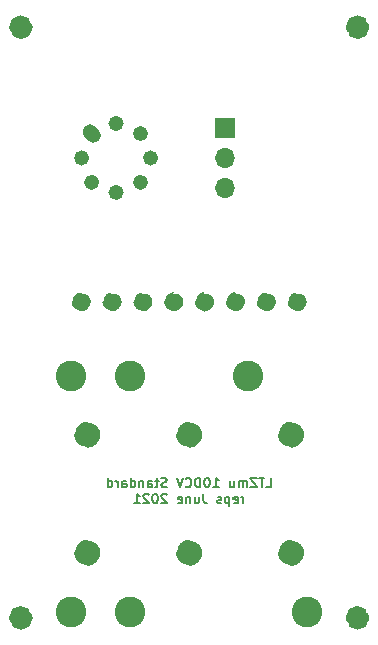
<source format=gbr>
%TF.GenerationSoftware,KiCad,Pcbnew,(5.1.6)-1*%
%TF.CreationDate,2021-07-30T20:13:56+02:00*%
%TF.ProjectId,mu-ltz,6d752d6c-747a-42e6-9b69-6361645f7063,rev?*%
%TF.SameCoordinates,Original*%
%TF.FileFunction,Soldermask,Bot*%
%TF.FilePolarity,Negative*%
%FSLAX46Y46*%
G04 Gerber Fmt 4.6, Leading zero omitted, Abs format (unit mm)*
G04 Created by KiCad (PCBNEW (5.1.6)-1) date 2021-07-30 20:13:56*
%MOMM*%
%LPD*%
G01*
G04 APERTURE LIST*
%ADD10C,1.400000*%
%ADD11C,2.000000*%
%ADD12C,1.000000*%
%ADD13C,0.150000*%
%ADD14R,1.700000X1.700000*%
%ADD15O,1.700000X1.700000*%
%ADD16C,2.599360*%
G04 APERTURE END LIST*
D10*
X108211000Y-70250000D02*
G75*
G03*
X108211000Y-70250000I-100000J0D01*
G01*
X110822000Y-70250000D02*
G75*
G03*
X110822000Y-70250000I-100000J0D01*
G01*
X113433000Y-70250000D02*
G75*
G03*
X113433000Y-70250000I-100000J0D01*
G01*
X116044000Y-70250000D02*
G75*
G03*
X116044000Y-70250000I-100000J0D01*
G01*
X118656000Y-70250000D02*
G75*
G03*
X118656000Y-70250000I-100000J0D01*
G01*
X121267000Y-70250000D02*
G75*
G03*
X121267000Y-70250000I-100000J0D01*
G01*
X123878000Y-70250000D02*
G75*
G03*
X123878000Y-70250000I-100000J0D01*
G01*
X126489000Y-70250000D02*
G75*
G03*
X126489000Y-70250000I-100000J0D01*
G01*
D11*
X108725000Y-91500000D02*
G75*
G03*
X108725000Y-91500000I-100000J0D01*
G01*
X117350000Y-91500000D02*
G75*
G03*
X117350000Y-91500000I-100000J0D01*
G01*
X125975000Y-91500000D02*
G75*
G03*
X125975000Y-91500000I-100000J0D01*
G01*
X125975000Y-81500000D02*
G75*
G03*
X125975000Y-81500000I-100000J0D01*
G01*
X117350000Y-81500000D02*
G75*
G03*
X117350000Y-81500000I-100000J0D01*
G01*
X108725000Y-81500000D02*
G75*
G03*
X108725000Y-81500000I-100000J0D01*
G01*
D12*
X103500000Y-47000000D02*
G75*
G03*
X103500000Y-47000000I-500000J0D01*
G01*
X132000000Y-47000000D02*
G75*
G03*
X132000000Y-47000000I-500000J0D01*
G01*
D13*
X123764285Y-85936904D02*
X124145238Y-85936904D01*
X124145238Y-85136904D01*
X123611904Y-85136904D02*
X123154761Y-85136904D01*
X123383333Y-85936904D02*
X123383333Y-85136904D01*
X122964285Y-85136904D02*
X122430952Y-85136904D01*
X122964285Y-85936904D01*
X122430952Y-85936904D01*
X122126190Y-85936904D02*
X122126190Y-85403571D01*
X122126190Y-85479761D02*
X122088095Y-85441666D01*
X122011904Y-85403571D01*
X121897619Y-85403571D01*
X121821428Y-85441666D01*
X121783333Y-85517857D01*
X121783333Y-85936904D01*
X121783333Y-85517857D02*
X121745238Y-85441666D01*
X121669047Y-85403571D01*
X121554761Y-85403571D01*
X121478571Y-85441666D01*
X121440476Y-85517857D01*
X121440476Y-85936904D01*
X120716666Y-85403571D02*
X120716666Y-85936904D01*
X121059523Y-85403571D02*
X121059523Y-85822619D01*
X121021428Y-85898809D01*
X120945238Y-85936904D01*
X120830952Y-85936904D01*
X120754761Y-85898809D01*
X120716666Y-85860714D01*
X119307142Y-85936904D02*
X119764285Y-85936904D01*
X119535714Y-85936904D02*
X119535714Y-85136904D01*
X119611904Y-85251190D01*
X119688095Y-85327380D01*
X119764285Y-85365476D01*
X118811904Y-85136904D02*
X118735714Y-85136904D01*
X118659523Y-85175000D01*
X118621428Y-85213095D01*
X118583333Y-85289285D01*
X118545238Y-85441666D01*
X118545238Y-85632142D01*
X118583333Y-85784523D01*
X118621428Y-85860714D01*
X118659523Y-85898809D01*
X118735714Y-85936904D01*
X118811904Y-85936904D01*
X118888095Y-85898809D01*
X118926190Y-85860714D01*
X118964285Y-85784523D01*
X119002380Y-85632142D01*
X119002380Y-85441666D01*
X118964285Y-85289285D01*
X118926190Y-85213095D01*
X118888095Y-85175000D01*
X118811904Y-85136904D01*
X118202380Y-85936904D02*
X118202380Y-85136904D01*
X118011904Y-85136904D01*
X117897619Y-85175000D01*
X117821428Y-85251190D01*
X117783333Y-85327380D01*
X117745238Y-85479761D01*
X117745238Y-85594047D01*
X117783333Y-85746428D01*
X117821428Y-85822619D01*
X117897619Y-85898809D01*
X118011904Y-85936904D01*
X118202380Y-85936904D01*
X116945238Y-85860714D02*
X116983333Y-85898809D01*
X117097619Y-85936904D01*
X117173809Y-85936904D01*
X117288095Y-85898809D01*
X117364285Y-85822619D01*
X117402380Y-85746428D01*
X117440476Y-85594047D01*
X117440476Y-85479761D01*
X117402380Y-85327380D01*
X117364285Y-85251190D01*
X117288095Y-85175000D01*
X117173809Y-85136904D01*
X117097619Y-85136904D01*
X116983333Y-85175000D01*
X116945238Y-85213095D01*
X116716666Y-85136904D02*
X116450000Y-85936904D01*
X116183333Y-85136904D01*
X115345238Y-85898809D02*
X115230952Y-85936904D01*
X115040476Y-85936904D01*
X114964285Y-85898809D01*
X114926190Y-85860714D01*
X114888095Y-85784523D01*
X114888095Y-85708333D01*
X114926190Y-85632142D01*
X114964285Y-85594047D01*
X115040476Y-85555952D01*
X115192857Y-85517857D01*
X115269047Y-85479761D01*
X115307142Y-85441666D01*
X115345238Y-85365476D01*
X115345238Y-85289285D01*
X115307142Y-85213095D01*
X115269047Y-85175000D01*
X115192857Y-85136904D01*
X115002380Y-85136904D01*
X114888095Y-85175000D01*
X114659523Y-85403571D02*
X114354761Y-85403571D01*
X114545238Y-85136904D02*
X114545238Y-85822619D01*
X114507142Y-85898809D01*
X114430952Y-85936904D01*
X114354761Y-85936904D01*
X113745238Y-85936904D02*
X113745238Y-85517857D01*
X113783333Y-85441666D01*
X113859523Y-85403571D01*
X114011904Y-85403571D01*
X114088095Y-85441666D01*
X113745238Y-85898809D02*
X113821428Y-85936904D01*
X114011904Y-85936904D01*
X114088095Y-85898809D01*
X114126190Y-85822619D01*
X114126190Y-85746428D01*
X114088095Y-85670238D01*
X114011904Y-85632142D01*
X113821428Y-85632142D01*
X113745238Y-85594047D01*
X113364285Y-85403571D02*
X113364285Y-85936904D01*
X113364285Y-85479761D02*
X113326190Y-85441666D01*
X113250000Y-85403571D01*
X113135714Y-85403571D01*
X113059523Y-85441666D01*
X113021428Y-85517857D01*
X113021428Y-85936904D01*
X112297619Y-85936904D02*
X112297619Y-85136904D01*
X112297619Y-85898809D02*
X112373809Y-85936904D01*
X112526190Y-85936904D01*
X112602380Y-85898809D01*
X112640476Y-85860714D01*
X112678571Y-85784523D01*
X112678571Y-85555952D01*
X112640476Y-85479761D01*
X112602380Y-85441666D01*
X112526190Y-85403571D01*
X112373809Y-85403571D01*
X112297619Y-85441666D01*
X111573809Y-85936904D02*
X111573809Y-85517857D01*
X111611904Y-85441666D01*
X111688095Y-85403571D01*
X111840476Y-85403571D01*
X111916666Y-85441666D01*
X111573809Y-85898809D02*
X111650000Y-85936904D01*
X111840476Y-85936904D01*
X111916666Y-85898809D01*
X111954761Y-85822619D01*
X111954761Y-85746428D01*
X111916666Y-85670238D01*
X111840476Y-85632142D01*
X111650000Y-85632142D01*
X111573809Y-85594047D01*
X111192857Y-85936904D02*
X111192857Y-85403571D01*
X111192857Y-85555952D02*
X111154761Y-85479761D01*
X111116666Y-85441666D01*
X111040476Y-85403571D01*
X110964285Y-85403571D01*
X110354761Y-85936904D02*
X110354761Y-85136904D01*
X110354761Y-85898809D02*
X110430952Y-85936904D01*
X110583333Y-85936904D01*
X110659523Y-85898809D01*
X110697619Y-85860714D01*
X110735714Y-85784523D01*
X110735714Y-85555952D01*
X110697619Y-85479761D01*
X110659523Y-85441666D01*
X110583333Y-85403571D01*
X110430952Y-85403571D01*
X110354761Y-85441666D01*
X121840476Y-87286904D02*
X121840476Y-86753571D01*
X121840476Y-86905952D02*
X121802380Y-86829761D01*
X121764285Y-86791666D01*
X121688095Y-86753571D01*
X121611904Y-86753571D01*
X121040476Y-87248809D02*
X121116666Y-87286904D01*
X121269047Y-87286904D01*
X121345238Y-87248809D01*
X121383333Y-87172619D01*
X121383333Y-86867857D01*
X121345238Y-86791666D01*
X121269047Y-86753571D01*
X121116666Y-86753571D01*
X121040476Y-86791666D01*
X121002380Y-86867857D01*
X121002380Y-86944047D01*
X121383333Y-87020238D01*
X120659523Y-86753571D02*
X120659523Y-87553571D01*
X120659523Y-86791666D02*
X120583333Y-86753571D01*
X120430952Y-86753571D01*
X120354761Y-86791666D01*
X120316666Y-86829761D01*
X120278571Y-86905952D01*
X120278571Y-87134523D01*
X120316666Y-87210714D01*
X120354761Y-87248809D01*
X120430952Y-87286904D01*
X120583333Y-87286904D01*
X120659523Y-87248809D01*
X119973809Y-87248809D02*
X119897619Y-87286904D01*
X119745238Y-87286904D01*
X119669047Y-87248809D01*
X119630952Y-87172619D01*
X119630952Y-87134523D01*
X119669047Y-87058333D01*
X119745238Y-87020238D01*
X119859523Y-87020238D01*
X119935714Y-86982142D01*
X119973809Y-86905952D01*
X119973809Y-86867857D01*
X119935714Y-86791666D01*
X119859523Y-86753571D01*
X119745238Y-86753571D01*
X119669047Y-86791666D01*
X118450000Y-86486904D02*
X118450000Y-87058333D01*
X118488095Y-87172619D01*
X118564285Y-87248809D01*
X118678571Y-87286904D01*
X118754761Y-87286904D01*
X117726190Y-86753571D02*
X117726190Y-87286904D01*
X118069047Y-86753571D02*
X118069047Y-87172619D01*
X118030952Y-87248809D01*
X117954761Y-87286904D01*
X117840476Y-87286904D01*
X117764285Y-87248809D01*
X117726190Y-87210714D01*
X117345238Y-86753571D02*
X117345238Y-87286904D01*
X117345238Y-86829761D02*
X117307142Y-86791666D01*
X117230952Y-86753571D01*
X117116666Y-86753571D01*
X117040476Y-86791666D01*
X117002380Y-86867857D01*
X117002380Y-87286904D01*
X116316666Y-87248809D02*
X116392857Y-87286904D01*
X116545238Y-87286904D01*
X116621428Y-87248809D01*
X116659523Y-87172619D01*
X116659523Y-86867857D01*
X116621428Y-86791666D01*
X116545238Y-86753571D01*
X116392857Y-86753571D01*
X116316666Y-86791666D01*
X116278571Y-86867857D01*
X116278571Y-86944047D01*
X116659523Y-87020238D01*
X115364285Y-86563095D02*
X115326190Y-86525000D01*
X115250000Y-86486904D01*
X115059523Y-86486904D01*
X114983333Y-86525000D01*
X114945238Y-86563095D01*
X114907142Y-86639285D01*
X114907142Y-86715476D01*
X114945238Y-86829761D01*
X115402380Y-87286904D01*
X114907142Y-87286904D01*
X114411904Y-86486904D02*
X114335714Y-86486904D01*
X114259523Y-86525000D01*
X114221428Y-86563095D01*
X114183333Y-86639285D01*
X114145238Y-86791666D01*
X114145238Y-86982142D01*
X114183333Y-87134523D01*
X114221428Y-87210714D01*
X114259523Y-87248809D01*
X114335714Y-87286904D01*
X114411904Y-87286904D01*
X114488095Y-87248809D01*
X114526190Y-87210714D01*
X114564285Y-87134523D01*
X114602380Y-86982142D01*
X114602380Y-86791666D01*
X114564285Y-86639285D01*
X114526190Y-86563095D01*
X114488095Y-86525000D01*
X114411904Y-86486904D01*
X113840476Y-86563095D02*
X113802380Y-86525000D01*
X113726190Y-86486904D01*
X113535714Y-86486904D01*
X113459523Y-86525000D01*
X113421428Y-86563095D01*
X113383333Y-86639285D01*
X113383333Y-86715476D01*
X113421428Y-86829761D01*
X113878571Y-87286904D01*
X113383333Y-87286904D01*
X112621428Y-87286904D02*
X113078571Y-87286904D01*
X112850000Y-87286904D02*
X112850000Y-86486904D01*
X112926190Y-86601190D01*
X113002380Y-86677380D01*
X113078571Y-86715476D01*
D12*
X103500000Y-97000000D02*
G75*
G03*
X103500000Y-97000000I-500000J0D01*
G01*
X132000000Y-97000000D02*
G75*
G03*
X132000000Y-97000000I-500000J0D01*
G01*
%TO.C,U1*%
G36*
G01*
X110605133Y-54685133D02*
X110605133Y-54685133D01*
G75*
G02*
X111524371Y-54685133I459619J-459619D01*
G01*
X111524371Y-54685133D01*
G75*
G02*
X111524371Y-55604371I-459619J-459619D01*
G01*
X111524371Y-55604371D01*
G75*
G02*
X110605133Y-55604371I-459619J459619D01*
G01*
X110605133Y-55604371D01*
G75*
G02*
X110605133Y-54685133I459619J459619D01*
G01*
G37*
G36*
G01*
X112669885Y-55540381D02*
X112669885Y-55540381D01*
G75*
G02*
X113589123Y-55540381I459619J-459619D01*
G01*
X113589123Y-55540381D01*
G75*
G02*
X113589123Y-56459619I-459619J-459619D01*
G01*
X113589123Y-56459619D01*
G75*
G02*
X112669885Y-56459619I-459619J459619D01*
G01*
X112669885Y-56459619D01*
G75*
G02*
X112669885Y-55540381I459619J459619D01*
G01*
G37*
G36*
G01*
X113525133Y-57605133D02*
X113525133Y-57605133D01*
G75*
G02*
X114444371Y-57605133I459619J-459619D01*
G01*
X114444371Y-57605133D01*
G75*
G02*
X114444371Y-58524371I-459619J-459619D01*
G01*
X114444371Y-58524371D01*
G75*
G02*
X113525133Y-58524371I-459619J459619D01*
G01*
X113525133Y-58524371D01*
G75*
G02*
X113525133Y-57605133I459619J459619D01*
G01*
G37*
G36*
G01*
X112669885Y-59669885D02*
X112669885Y-59669885D01*
G75*
G02*
X113589123Y-59669885I459619J-459619D01*
G01*
X113589123Y-59669885D01*
G75*
G02*
X113589123Y-60589123I-459619J-459619D01*
G01*
X113589123Y-60589123D01*
G75*
G02*
X112669885Y-60589123I-459619J459619D01*
G01*
X112669885Y-60589123D01*
G75*
G02*
X112669885Y-59669885I459619J459619D01*
G01*
G37*
G36*
G01*
X110605133Y-60525133D02*
X110605133Y-60525133D01*
G75*
G02*
X111524371Y-60525133I459619J-459619D01*
G01*
X111524371Y-60525133D01*
G75*
G02*
X111524371Y-61444371I-459619J-459619D01*
G01*
X111524371Y-61444371D01*
G75*
G02*
X110605133Y-61444371I-459619J459619D01*
G01*
X110605133Y-61444371D01*
G75*
G02*
X110605133Y-60525133I459619J459619D01*
G01*
G37*
G36*
G01*
X108540381Y-59669885D02*
X108540381Y-59669885D01*
G75*
G02*
X109459619Y-59669885I459619J-459619D01*
G01*
X109459619Y-59669885D01*
G75*
G02*
X109459619Y-60589123I-459619J-459619D01*
G01*
X109459619Y-60589123D01*
G75*
G02*
X108540381Y-60589123I-459619J459619D01*
G01*
X108540381Y-60589123D01*
G75*
G02*
X108540381Y-59669885I459619J459619D01*
G01*
G37*
G36*
G01*
X107685133Y-57605133D02*
X107685133Y-57605133D01*
G75*
G02*
X108604371Y-57605133I459619J-459619D01*
G01*
X108604371Y-57605133D01*
G75*
G02*
X108604371Y-58524371I-459619J-459619D01*
G01*
X108604371Y-58524371D01*
G75*
G02*
X107685133Y-58524371I-459619J459619D01*
G01*
X107685133Y-58524371D01*
G75*
G02*
X107685133Y-57605133I459619J459619D01*
G01*
G37*
G36*
G01*
X108398959Y-55398959D02*
X108398960Y-55398960D01*
G75*
G02*
X109318198Y-55398960I459619J-459619D01*
G01*
X109601040Y-55681802D01*
G75*
G02*
X109601040Y-56601040I-459619J-459619D01*
G01*
X109601040Y-56601040D01*
G75*
G02*
X108681802Y-56601040I-459619J459619D01*
G01*
X108398960Y-56318198D01*
G75*
G02*
X108398960Y-55398960I459619J459619D01*
G01*
G37*
%TD*%
D14*
%TO.C,RN1*%
X120250000Y-55500000D03*
D15*
X120250000Y-60580000D03*
X120250000Y-58040000D03*
%TD*%
D16*
%TO.C,J10*%
X107250000Y-96500000D03*
%TD*%
%TO.C,J9*%
X112250000Y-96500000D03*
%TD*%
%TO.C,J4*%
X122250000Y-76500000D03*
%TD*%
%TO.C,J2*%
X112250000Y-76500000D03*
%TD*%
%TO.C,J1*%
X107250000Y-76500000D03*
%TD*%
%TO.C,J6*%
X127250000Y-96500000D03*
%TD*%
M02*

</source>
